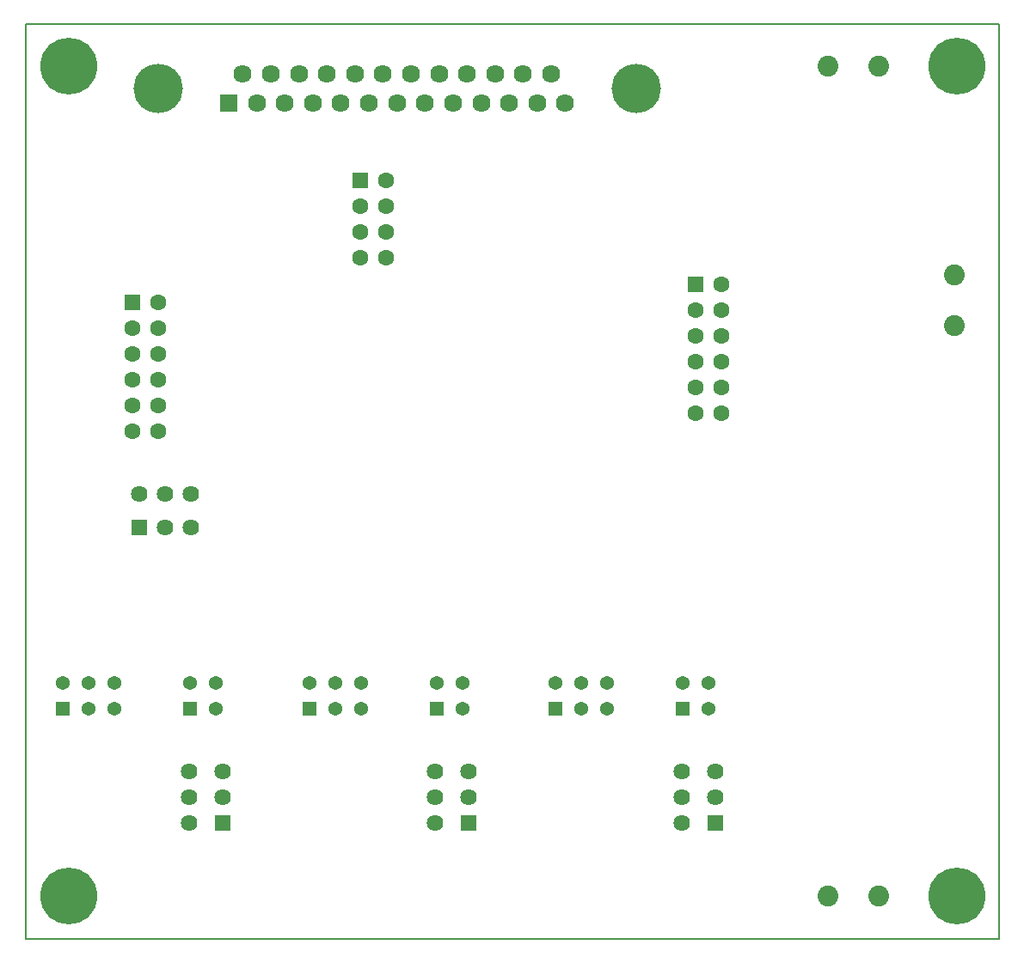
<source format=gbs>
G04*
G04 #@! TF.GenerationSoftware,Altium Limited,Altium Designer,18.1.9 (240)*
G04*
G04 Layer_Color=16711935*
%FSLAX44Y44*%
%MOMM*%
G71*
G01*
G75*
%ADD11C,0.2000*%
%ADD33C,1.3716*%
%ADD34R,1.3716X1.3716*%
%ADD35C,5.6016*%
%ADD36R,1.6256X1.6256*%
%ADD37C,1.6256*%
%ADD38C,2.0516*%
%ADD39C,1.6016*%
%ADD40R,1.6016X1.6016*%
%ADD41C,1.7916*%
%ADD42R,1.7916X1.7916*%
%ADD43C,4.8616*%
%ADD44R,1.6256X1.6256*%
D11*
Y901700D01*
X958850Y901700D01*
Y0D02*
Y901700D01*
X0Y0D02*
X958850D01*
D33*
X162300Y252500D02*
D03*
X187700D02*
D03*
Y227100D02*
D03*
X672700Y227100D02*
D03*
Y252500D02*
D03*
X647300D02*
D03*
X404800Y252500D02*
D03*
X430200D02*
D03*
Y227100D02*
D03*
X572900Y227100D02*
D03*
Y252500D02*
D03*
X547500Y227100D02*
D03*
Y252500D02*
D03*
X522100D02*
D03*
X87900Y227100D02*
D03*
Y252500D02*
D03*
X62500Y227100D02*
D03*
Y252500D02*
D03*
X37100D02*
D03*
X330400Y227100D02*
D03*
Y252500D02*
D03*
X305000Y227100D02*
D03*
Y252500D02*
D03*
X279600D02*
D03*
D34*
X162300Y227100D02*
D03*
X647300Y227100D02*
D03*
X404800Y227100D02*
D03*
X522100Y227100D02*
D03*
X37100Y227100D02*
D03*
X279600D02*
D03*
D35*
X42500Y860000D02*
D03*
X917500D02*
D03*
Y42500D02*
D03*
X42500D02*
D03*
D36*
X679010Y114800D02*
D03*
X436510Y114800D02*
D03*
X194010D02*
D03*
D37*
X679010Y140200D02*
D03*
Y165600D02*
D03*
X645990Y114800D02*
D03*
Y140200D02*
D03*
Y165600D02*
D03*
X403490Y165600D02*
D03*
Y140200D02*
D03*
Y114800D02*
D03*
X436510Y165600D02*
D03*
Y140200D02*
D03*
X194010D02*
D03*
Y165600D02*
D03*
X160990Y114800D02*
D03*
Y140200D02*
D03*
Y165600D02*
D03*
X137500Y405990D02*
D03*
X162900D02*
D03*
X112100Y439010D02*
D03*
X137500D02*
D03*
X162900D02*
D03*
D38*
X915000Y655000D02*
D03*
Y605000D02*
D03*
X790000Y860000D02*
D03*
X840000D02*
D03*
Y42500D02*
D03*
X790000D02*
D03*
D39*
X130440Y500900D02*
D03*
X105040D02*
D03*
X130440Y526300D02*
D03*
X105040D02*
D03*
X130440Y551700D02*
D03*
X105040D02*
D03*
X130440Y577100D02*
D03*
X105040D02*
D03*
X130440Y602500D02*
D03*
X105040D02*
D03*
X130440Y627900D02*
D03*
X685400Y518000D02*
D03*
X660000D02*
D03*
X685400Y543400D02*
D03*
X660000D02*
D03*
X685400Y568800D02*
D03*
X660000D02*
D03*
X685400Y594200D02*
D03*
X660000D02*
D03*
X685400Y619600D02*
D03*
X660000D02*
D03*
X685400Y645000D02*
D03*
X355400Y671300D02*
D03*
X330000D02*
D03*
X355400Y696700D02*
D03*
X330000D02*
D03*
X355400Y722100D02*
D03*
X330000D02*
D03*
X355400Y747500D02*
D03*
D40*
X105040Y627900D02*
D03*
X660000Y645000D02*
D03*
X330000Y747500D02*
D03*
D41*
X531525Y824100D02*
D03*
X517720Y852500D02*
D03*
X503915Y824100D02*
D03*
X490110Y852500D02*
D03*
X476305Y824100D02*
D03*
X462500Y852500D02*
D03*
X448695Y824100D02*
D03*
X434890Y852500D02*
D03*
X421085Y824100D02*
D03*
X407280Y852500D02*
D03*
X393475Y824100D02*
D03*
X379670Y852500D02*
D03*
X365865Y824100D02*
D03*
X352060Y852500D02*
D03*
X338255Y824100D02*
D03*
X324450Y852500D02*
D03*
X310645Y824100D02*
D03*
X296840Y852500D02*
D03*
X283035Y824100D02*
D03*
X269230Y852500D02*
D03*
X255425Y824100D02*
D03*
X241620Y852500D02*
D03*
X227815Y824100D02*
D03*
X214010Y852500D02*
D03*
D42*
X200205Y824100D02*
D03*
D43*
X130605Y838300D02*
D03*
X601125D02*
D03*
D44*
X112100Y405990D02*
D03*
M02*

</source>
